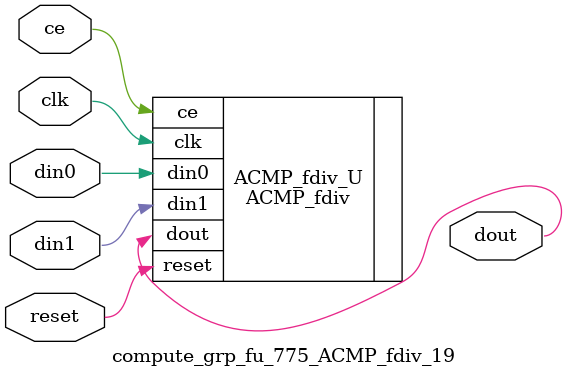
<source format=v>

`timescale 1 ns / 1 ps
module compute_grp_fu_775_ACMP_fdiv_19(
    clk,
    reset,
    ce,
    din0,
    din1,
    dout);

parameter ID = 32'd1;
parameter NUM_STAGE = 32'd1;
parameter din0_WIDTH = 32'd1;
parameter din1_WIDTH = 32'd1;
parameter dout_WIDTH = 32'd1;
input clk;
input reset;
input ce;
input[din0_WIDTH - 1:0] din0;
input[din1_WIDTH - 1:0] din1;
output[dout_WIDTH - 1:0] dout;



ACMP_fdiv #(
.ID( ID ),
.NUM_STAGE( 10 ),
.din0_WIDTH( din0_WIDTH ),
.din1_WIDTH( din1_WIDTH ),
.dout_WIDTH( dout_WIDTH ))
ACMP_fdiv_U(
    .clk( clk ),
    .reset( reset ),
    .ce( ce ),
    .din0( din0 ),
    .din1( din1 ),
    .dout( dout ));

endmodule

</source>
